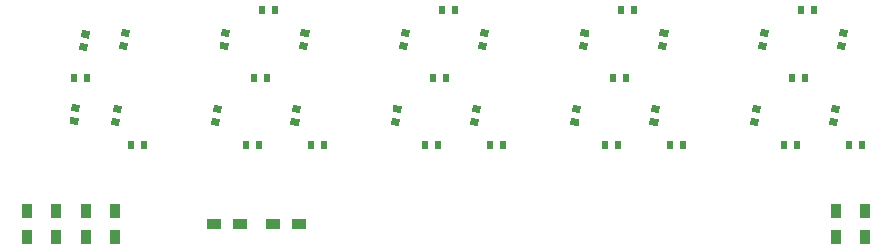
<source format=gbr>
%TF.GenerationSoftware,KiCad,Pcbnew,(5.1.7)-1*%
%TF.CreationDate,2021-08-17T00:51:46+02:00*%
%TF.ProjectId,saba_az553,73616261-5f61-47a3-9535-332e6b696361,rev?*%
%TF.SameCoordinates,Original*%
%TF.FileFunction,Paste,Top*%
%TF.FilePolarity,Positive*%
%FSLAX46Y46*%
G04 Gerber Fmt 4.6, Leading zero omitted, Abs format (unit mm)*
G04 Created by KiCad (PCBNEW (5.1.7)-1) date 2021-08-17 00:51:46*
%MOMM*%
%LPD*%
G01*
G04 APERTURE LIST*
%ADD10R,1.200000X0.900000*%
%ADD11R,0.900000X1.200000*%
%ADD12R,0.600000X0.700000*%
%ADD13C,0.100000*%
G04 APERTURE END LIST*
D10*
%TO.C,R8*%
X38900000Y-43500000D03*
X41100000Y-43500000D03*
%TD*%
D11*
%TO.C,R7*%
X23000000Y-42400000D03*
X23000000Y-44600000D03*
%TD*%
%TO.C,R6*%
X91500000Y-42400000D03*
X91500000Y-44600000D03*
%TD*%
%TO.C,R5*%
X94000000Y-42400000D03*
X94000000Y-44600000D03*
%TD*%
D10*
%TO.C,R4*%
X43900000Y-43500000D03*
X46100000Y-43500000D03*
%TD*%
D11*
%TO.C,R3*%
X25500000Y-42400000D03*
X25500000Y-44600000D03*
%TD*%
%TO.C,R2*%
X28000000Y-42400000D03*
X28000000Y-44600000D03*
%TD*%
%TO.C,R1*%
X30500000Y-42400000D03*
X30500000Y-44600000D03*
%TD*%
D12*
%TO.C,D38*%
X28150000Y-31100000D03*
X27050000Y-31100000D03*
%TD*%
%TO.C,D37*%
X32950000Y-36800000D03*
X31850000Y-36800000D03*
%TD*%
D13*
%TO.C,D36*%
G36*
X26863941Y-33311587D02*
G01*
X27557953Y-33402956D01*
X27479637Y-33997823D01*
X26785625Y-33906454D01*
X26863941Y-33311587D01*
G37*
G36*
X26720363Y-34402177D02*
G01*
X27414375Y-34493546D01*
X27336059Y-35088413D01*
X26642047Y-34997044D01*
X26720363Y-34402177D01*
G37*
%TD*%
%TO.C,D35*%
G36*
X27663941Y-27111587D02*
G01*
X28357953Y-27202956D01*
X28279637Y-27797823D01*
X27585625Y-27706454D01*
X27663941Y-27111587D01*
G37*
G36*
X27520363Y-28202177D02*
G01*
X28214375Y-28293546D01*
X28136059Y-28888413D01*
X27442047Y-28797044D01*
X27520363Y-28202177D01*
G37*
%TD*%
%TO.C,D34*%
G36*
X30363941Y-33411587D02*
G01*
X31057953Y-33502956D01*
X30979637Y-34097823D01*
X30285625Y-34006454D01*
X30363941Y-33411587D01*
G37*
G36*
X30220363Y-34502177D02*
G01*
X30914375Y-34593546D01*
X30836059Y-35188413D01*
X30142047Y-35097044D01*
X30220363Y-34502177D01*
G37*
%TD*%
D12*
%TO.C,D33*%
X48150000Y-36800000D03*
X47050000Y-36800000D03*
%TD*%
%TO.C,D32*%
X42650000Y-36800000D03*
X41550000Y-36800000D03*
%TD*%
D13*
%TO.C,D31*%
G36*
X38863941Y-33411587D02*
G01*
X39557953Y-33502956D01*
X39479637Y-34097823D01*
X38785625Y-34006454D01*
X38863941Y-33411587D01*
G37*
G36*
X38720363Y-34502177D02*
G01*
X39414375Y-34593546D01*
X39336059Y-35188413D01*
X38642047Y-35097044D01*
X38720363Y-34502177D01*
G37*
%TD*%
%TO.C,D30*%
G36*
X45563941Y-33411587D02*
G01*
X46257953Y-33502956D01*
X46179637Y-34097823D01*
X45485625Y-34006454D01*
X45563941Y-33411587D01*
G37*
G36*
X45420363Y-34502177D02*
G01*
X46114375Y-34593546D01*
X46036059Y-35188413D01*
X45342047Y-35097044D01*
X45420363Y-34502177D01*
G37*
%TD*%
%TO.C,D29*%
G36*
X39563941Y-27011587D02*
G01*
X40257953Y-27102956D01*
X40179637Y-27697823D01*
X39485625Y-27606454D01*
X39563941Y-27011587D01*
G37*
G36*
X39420363Y-28102177D02*
G01*
X40114375Y-28193546D01*
X40036059Y-28788413D01*
X39342047Y-28697044D01*
X39420363Y-28102177D01*
G37*
%TD*%
D12*
%TO.C,D28*%
X43350000Y-31100000D03*
X42250000Y-31100000D03*
%TD*%
D13*
%TO.C,D27*%
G36*
X46263941Y-27011587D02*
G01*
X46957953Y-27102956D01*
X46879637Y-27697823D01*
X46185625Y-27606454D01*
X46263941Y-27011587D01*
G37*
G36*
X46120363Y-28102177D02*
G01*
X46814375Y-28193546D01*
X46736059Y-28788413D01*
X46042047Y-28697044D01*
X46120363Y-28102177D01*
G37*
%TD*%
D12*
%TO.C,D26*%
X63350000Y-36800000D03*
X62250000Y-36800000D03*
%TD*%
%TO.C,D25*%
X57850000Y-36800000D03*
X56750000Y-36800000D03*
%TD*%
D13*
%TO.C,D24*%
G36*
X54063941Y-33411587D02*
G01*
X54757953Y-33502956D01*
X54679637Y-34097823D01*
X53985625Y-34006454D01*
X54063941Y-33411587D01*
G37*
G36*
X53920363Y-34502177D02*
G01*
X54614375Y-34593546D01*
X54536059Y-35188413D01*
X53842047Y-35097044D01*
X53920363Y-34502177D01*
G37*
%TD*%
%TO.C,D23*%
G36*
X60763941Y-33411587D02*
G01*
X61457953Y-33502956D01*
X61379637Y-34097823D01*
X60685625Y-34006454D01*
X60763941Y-33411587D01*
G37*
G36*
X60620363Y-34502177D02*
G01*
X61314375Y-34593546D01*
X61236059Y-35188413D01*
X60542047Y-35097044D01*
X60620363Y-34502177D01*
G37*
%TD*%
D12*
%TO.C,D22*%
X58550000Y-31100000D03*
X57450000Y-31100000D03*
%TD*%
D13*
%TO.C,D21*%
G36*
X54763941Y-27011587D02*
G01*
X55457953Y-27102956D01*
X55379637Y-27697823D01*
X54685625Y-27606454D01*
X54763941Y-27011587D01*
G37*
G36*
X54620363Y-28102177D02*
G01*
X55314375Y-28193546D01*
X55236059Y-28788413D01*
X54542047Y-28697044D01*
X54620363Y-28102177D01*
G37*
%TD*%
D12*
%TO.C,D20*%
X44050000Y-25400000D03*
X42950000Y-25400000D03*
%TD*%
%TO.C,D19*%
X59250000Y-25400000D03*
X58150000Y-25400000D03*
%TD*%
D13*
%TO.C,D18*%
G36*
X61463941Y-27011587D02*
G01*
X62157953Y-27102956D01*
X62079637Y-27697823D01*
X61385625Y-27606454D01*
X61463941Y-27011587D01*
G37*
G36*
X61320363Y-28102177D02*
G01*
X62014375Y-28193546D01*
X61936059Y-28788413D01*
X61242047Y-28697044D01*
X61320363Y-28102177D01*
G37*
%TD*%
%TO.C,D17*%
G36*
X31063941Y-27011587D02*
G01*
X31757953Y-27102956D01*
X31679637Y-27697823D01*
X30985625Y-27606454D01*
X31063941Y-27011587D01*
G37*
G36*
X30920363Y-28102177D02*
G01*
X31614375Y-28193546D01*
X31536059Y-28788413D01*
X30842047Y-28697044D01*
X30920363Y-28102177D01*
G37*
%TD*%
D12*
%TO.C,D16*%
X78550000Y-36800000D03*
X77450000Y-36800000D03*
%TD*%
%TO.C,D15*%
X73050000Y-36800000D03*
X71950000Y-36800000D03*
%TD*%
D13*
%TO.C,D14*%
G36*
X75963941Y-33411587D02*
G01*
X76657953Y-33502956D01*
X76579637Y-34097823D01*
X75885625Y-34006454D01*
X75963941Y-33411587D01*
G37*
G36*
X75820363Y-34502177D02*
G01*
X76514375Y-34593546D01*
X76436059Y-35188413D01*
X75742047Y-35097044D01*
X75820363Y-34502177D01*
G37*
%TD*%
%TO.C,D13*%
G36*
X69263941Y-33411587D02*
G01*
X69957953Y-33502956D01*
X69879637Y-34097823D01*
X69185625Y-34006454D01*
X69263941Y-33411587D01*
G37*
G36*
X69120363Y-34502177D02*
G01*
X69814375Y-34593546D01*
X69736059Y-35188413D01*
X69042047Y-35097044D01*
X69120363Y-34502177D01*
G37*
%TD*%
D12*
%TO.C,D12*%
X73750000Y-31100000D03*
X72650000Y-31100000D03*
%TD*%
D13*
%TO.C,D11*%
G36*
X76663941Y-27011587D02*
G01*
X77357953Y-27102956D01*
X77279637Y-27697823D01*
X76585625Y-27606454D01*
X76663941Y-27011587D01*
G37*
G36*
X76520363Y-28102177D02*
G01*
X77214375Y-28193546D01*
X77136059Y-28788413D01*
X76442047Y-28697044D01*
X76520363Y-28102177D01*
G37*
%TD*%
%TO.C,D10*%
G36*
X69963941Y-27011587D02*
G01*
X70657953Y-27102956D01*
X70579637Y-27697823D01*
X69885625Y-27606454D01*
X69963941Y-27011587D01*
G37*
G36*
X69820363Y-28102177D02*
G01*
X70514375Y-28193546D01*
X70436059Y-28788413D01*
X69742047Y-28697044D01*
X69820363Y-28102177D01*
G37*
%TD*%
D12*
%TO.C,D9*%
X74450000Y-25400000D03*
X73350000Y-25400000D03*
%TD*%
%TO.C,D8*%
X87150000Y-36800000D03*
X88250000Y-36800000D03*
%TD*%
D13*
%TO.C,D7*%
G36*
X91020363Y-34502177D02*
G01*
X91714375Y-34593546D01*
X91636059Y-35188413D01*
X90942047Y-35097044D01*
X91020363Y-34502177D01*
G37*
G36*
X91163941Y-33411587D02*
G01*
X91857953Y-33502956D01*
X91779637Y-34097823D01*
X91085625Y-34006454D01*
X91163941Y-33411587D01*
G37*
%TD*%
D12*
%TO.C,D6*%
X93750000Y-36800000D03*
X92650000Y-36800000D03*
%TD*%
D13*
%TO.C,D5*%
G36*
X91720363Y-28102177D02*
G01*
X92414375Y-28193546D01*
X92336059Y-28788413D01*
X91642047Y-28697044D01*
X91720363Y-28102177D01*
G37*
G36*
X91863941Y-27011587D02*
G01*
X92557953Y-27102956D01*
X92479637Y-27697823D01*
X91785625Y-27606454D01*
X91863941Y-27011587D01*
G37*
%TD*%
%TO.C,D4*%
G36*
X84320363Y-34502177D02*
G01*
X85014375Y-34593546D01*
X84936059Y-35188413D01*
X84242047Y-35097044D01*
X84320363Y-34502177D01*
G37*
G36*
X84463941Y-33411587D02*
G01*
X85157953Y-33502956D01*
X85079637Y-34097823D01*
X84385625Y-34006454D01*
X84463941Y-33411587D01*
G37*
%TD*%
D12*
%TO.C,D3*%
X87850000Y-31100000D03*
X88950000Y-31100000D03*
%TD*%
D13*
%TO.C,D2*%
G36*
X85020363Y-28102177D02*
G01*
X85714375Y-28193546D01*
X85636059Y-28788413D01*
X84942047Y-28697044D01*
X85020363Y-28102177D01*
G37*
G36*
X85163941Y-27011587D02*
G01*
X85857953Y-27102956D01*
X85779637Y-27697823D01*
X85085625Y-27606454D01*
X85163941Y-27011587D01*
G37*
%TD*%
D12*
%TO.C,D1*%
X88550000Y-25400000D03*
X89650000Y-25400000D03*
%TD*%
M02*

</source>
